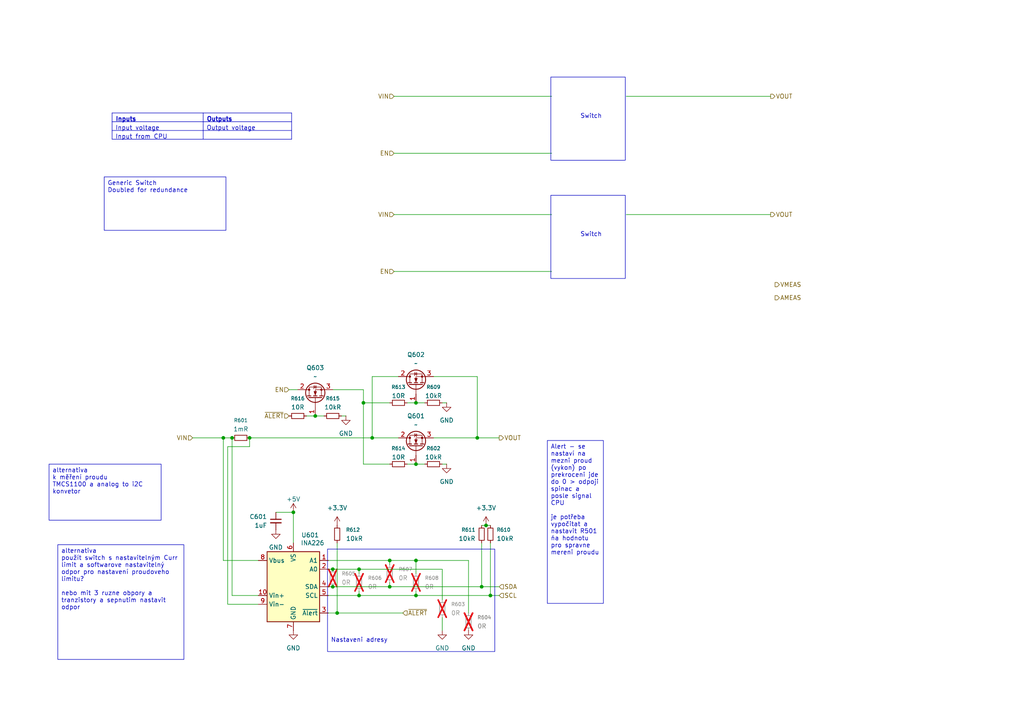
<source format=kicad_sch>
(kicad_sch (version 20250114) (generator "eeschema") (generator_version "9.0")
  (paper "A4")
  (rectangle (start 159.766 56.642) (end 181.356 80.772))
  (rectangle (start 159.766 22.352) (end 181.356 46.482))
  (text "Real part has pin 3 and 4 reversed" (at 128.27 218.948 0) (effects (font (size 1.27 1.27))))
  (text "will be dual with 2 rheostats" (at 62.484 280.67 0) (effects (font (size 1.27 1.27))))
  (text "Switch" (at 171.45 33.782 0) (effects (font (size 1.27 1.27))))
  (text "FET ORing outputs? protection" (at 128.016 252.73 0) (effects (font (size 1.27 1.27))))
  (text "Later Will be outside the sheet \ncombining outputs of multiple switches" (at 204.47 290.068 0) (effects (font (size 1.27 1.27))))
  (text "Switch" (at 171.45 68.072 0) (effects (font (size 1.27 1.27))))
  (text "Later Will be outside the sheet \ncombining outputs of multiple switches" (at 200.406 226.568 0) (effects (font (size 1.27 1.27))))
  (text_box "i2C resistor" (at 27.94 273.05 0) (size 69.85 69.85) (margins 0.9525 0.9525 0.9525 0.9525) (effects (font (size 1.27 1.27)) (justify top)))
  (text_box "Generic Switch\nDoubled for redundance" (at 30.226 51.308 0) (size 35.306 15.494) (margins 0.9525 0.9525 0.9525 0.9525) (effects (font (size 1.27 1.27)) (justify left top)))
  (text_box "Switch" (at 104.14 214.63 0) (size 49.53 76.2) (margins 0.9525 0.9525 0.9525 0.9525) (effects (font (size 1.27 1.27)) (justify top)))
  (text_box "alternativa \npoužít switch s nastavitelným Curr limit a softwarove nastavitelný odpor pro nastavení proudoveho limitu?\n\nnebo mit 3 ruzne obpory a tranzistory a sepnutim nastavit odpor" (at 16.764 157.988 0) (size 36.576 33.274) (margins 0.9525 0.9525 0.9525 0.9525) (effects (font (size 1.27 1.27)) (justify left top)))
  (text_box "\n\n\n\n\n\n\n\n\n\n\n\nNastaveni adresy" (at 94.996 159.258 0) (size 48.514 29.718) (margins 0.9525 0.9525 0.9525 0.9525) (effects (font (size 1.27 1.27)) (justify left top)))
  (text_box "Alert - se nastaví na mezni proud (vykon) po prekroceni jde do 0 > odpoji spinac a posle signal CPU\n\nje potřeba vypočitat a nastavit R501 ńa hodnotu pro spravne mereni proudu" (at 158.75 127.762 0) (size 16.256 47.244) (margins 0.9525 0.9525 0.9525 0.9525) (effects (font (size 1.27 1.27)) (justify left top)))
  (text_box "ADC - i2C converter" (at 176.53 219.71 0) (size 50.8 62.23) (margins 0.9525 0.9525 0.9525 0.9525) (effects (font (size 1.27 1.27)) (justify top)))
  (text_box "i2c multiplex" (at 168.91 284.48 0) (size 58.42 82.55) (margins 0.9525 0.9525 0.9525 0.9525) (effects (font (size 1.27 1.27)) (justify top)))
  (text_box "Amp measure" (at 50.8 214.63 0) (size 43.18 49.53) (margins 0.9525 0.9525 0.9525 0.9525) (effects (font (size 1.27 1.27)) (justify top)))
  (text_box "alternativa \nk měření proudu\nTMCS1100 a analog to i2C konvetor" (at 14.224 134.62 0) (size 32.512 16.256) (margins 0.9525 0.9525 0.9525 0.9525) (effects (font (size 1.27 1.27)) (justify left top)))
  (junction (at 113.03 162.56))
  (junction (at 85.09 148.59))
  (junction (at 33.02 316.23))
  (junction (at 104.14 172.72))
  (junction (at 142.24 172.72))
  (junction (at 187.96 342.9))
  (junction (at 64.77 127))
  (junction (at 139.7 170.18))
  (junction (at 72.39 224.79))
  (junction (at 138.43 127))
  (junction (at 72.39 127))
  (junction (at 140.97 152.4))
  (junction (at 91.44 120.65))
  (junction (at 96.52 165.1))
  (junction (at 104.14 165.1))
  (junction (at 120.65 162.56))
  (junction (at 172.72 342.9))
  (junction (at 113.03 170.18))
  (junction (at 120.65 172.72))
  (junction (at 120.65 134.62))
  (junction (at 180.34 340.36))
  (junction (at 204.47 297.18))
  (junction (at 96.52 170.18))
  (junction (at 187.96 337.82))
  (junction (at 97.79 177.8))
  (junction (at 67.31 127))
  (junction (at 120.65 116.84))
  (junction (at 41.91 318.77))
  (junction (at 107.95 127))
  (junction (at 105.41 116.84))
  (no_connect (at 71.12 334.01))
  (no_connect (at 82.55 246.38))
  (no_connect (at 88.9 323.85))
  (no_connect (at 53.34 326.39))
  (no_connect (at 53.34 323.85))
  (no_connect (at 73.66 303.53))
  (no_connect (at 73.66 334.01))
  (wire (pts (xy 180.34 340.36) (xy 194.31 340.36)))
  (wire (pts (xy 113.03 170.18) (xy 139.7 170.18)))
  (wire (pts (xy 96.52 113.03) (xy 105.41 113.03)))
  (wire (pts (xy 172.72 342.9) (xy 187.96 342.9)))
  (wire (pts (xy 74.93 172.72) (xy 67.31 172.72)))
  (wire (pts (xy 72.39 129.54) (xy 72.39 127)))
  (wire (pts (xy 88.9 120.65) (xy 91.44 120.65)))
  (wire (pts (xy 114.3 78.74) (xy 160.02 78.74)))
  (wire (pts (xy 64.77 162.56) (xy 64.77 127)))
  (wire (pts (xy 181.61 27.94) (xy 223.52 27.94)))
  (wire (pts (xy 95.25 177.8) (xy 97.79 177.8)))
  (wire (pts (xy 95.25 162.56) (xy 113.03 162.56)))
  (wire (pts (xy 105.41 134.62) (xy 113.03 134.62)))
  (wire (pts (xy 104.14 165.1) (xy 128.27 165.1)))
  (wire (pts (xy 66.04 129.54) (xy 72.39 129.54)))
  (wire (pts (xy 187.96 337.82) (xy 194.31 337.82)))
  (wire (pts (xy 144.78 127) (xy 138.43 127)))
  (wire (pts (xy 128.27 173.99) (xy 128.27 165.1)))
  (wire (pts (xy 125.73 109.22) (xy 138.43 109.22)))
  (wire (pts (xy 120.65 172.72) (xy 142.24 172.72)))
  (wire (pts (xy 95.25 172.72) (xy 104.14 172.72)))
  (wire (pts (xy 96.52 165.1) (xy 95.25 165.1)))
  (wire (pts (xy 142.24 172.72) (xy 144.78 172.72)))
  (wire (pts (xy 74.93 162.56) (xy 64.77 162.56)))
  (wire (pts (xy 105.41 113.03) (xy 105.41 116.84)))
  (wire (pts (xy 125.73 127) (xy 138.43 127)))
  (wire (pts (xy 96.52 165.1) (xy 104.14 165.1)))
  (wire (pts (xy 97.79 313.69) (xy 88.9 313.69)))
  (wire (pts (xy 114.3 27.94) (xy 160.02 27.94)))
  (wire (pts (xy 118.11 134.62) (xy 120.65 134.62)))
  (wire (pts (xy 91.44 120.65) (xy 93.98 120.65)))
  (wire (pts (xy 204.47 297.18) (xy 204.47 307.34)))
  (wire (pts (xy 120.65 171.45) (xy 120.65 172.72)))
  (wire (pts (xy 33.02 316.23) (xy 53.34 316.23)))
  (wire (pts (xy 107.95 109.22) (xy 107.95 127)))
  (wire (pts (xy 135.89 162.56) (xy 135.89 177.8)))
  (wire (pts (xy 74.93 175.26) (xy 66.04 175.26)))
  (wire (pts (xy 104.14 171.45) (xy 104.14 172.72)))
  (wire (pts (xy 181.61 62.23) (xy 223.52 62.23)))
  (wire (pts (xy 123.19 134.62) (xy 120.65 134.62)))
  (wire (pts (xy 97.79 157.48) (xy 97.79 177.8)))
  (wire (pts (xy 92.71 318.77) (xy 88.9 318.77)))
  (wire (pts (xy 97.79 177.8) (xy 116.84 177.8)))
  (wire (pts (xy 187.96 342.9) (xy 194.31 342.9)))
  (wire (pts (xy 140.97 152.4) (xy 142.24 152.4)))
  (wire (pts (xy 139.7 152.4) (xy 140.97 152.4)))
  (wire (pts (xy 129.54 134.62) (xy 128.27 134.62)))
  (wire (pts (xy 115.57 109.22) (xy 107.95 109.22)))
  (wire (pts (xy 120.65 162.56) (xy 120.65 166.37)))
  (wire (pts (xy 129.54 116.84) (xy 128.27 116.84)))
  (wire (pts (xy 107.95 127) (xy 115.57 127)))
  (wire (pts (xy 100.33 120.65) (xy 99.06 120.65)))
  (wire (pts (xy 147.32 274.32) (xy 138.43 274.32)))
  (wire (pts (xy 139.7 157.48) (xy 139.7 170.18)))
  (wire (pts (xy 105.41 116.84) (xy 113.03 116.84)))
  (wire (pts (xy 114.3 62.23) (xy 160.02 62.23)))
  (wire (pts (xy 139.7 170.18) (xy 144.78 170.18)))
  (wire (pts (xy 72.39 233.68) (xy 72.39 224.79)))
  (wire (pts (xy 85.09 148.59) (xy 85.09 157.48)))
  (wire (pts (xy 105.41 116.84) (xy 105.41 134.62)))
  (wire (pts (xy 72.39 224.79) (xy 67.31 224.79)))
  (wire (pts (xy 123.19 116.84) (xy 120.65 116.84)))
  (wire (pts (xy 138.43 109.22) (xy 138.43 127)))
  (wire (pts (xy 113.03 168.91) (xy 113.03 170.18)))
  (wire (pts (xy 128.27 179.07) (xy 128.27 182.88)))
  (wire (pts (xy 72.39 127) (xy 107.95 127)))
  (wire (pts (xy 66.04 175.26) (xy 66.04 129.54)))
  (wire (pts (xy 104.14 165.1) (xy 104.14 166.37)))
  (wire (pts (xy 67.31 127) (xy 67.31 172.72)))
  (wire (pts (xy 142.24 157.48) (xy 142.24 172.72)))
  (wire (pts (xy 118.11 116.84) (xy 120.65 116.84)))
  (wire (pts (xy 113.03 162.56) (xy 113.03 163.83)))
  (wire (pts (xy 113.03 162.56) (xy 120.65 162.56)))
  (wire (pts (xy 41.91 318.77) (xy 53.34 318.77)))
  (wire (pts (xy 80.01 148.59) (xy 85.09 148.59)))
  (wire (pts (xy 204.47 297.18) (xy 199.39 297.18)))
  (wire (pts (xy 147.32 236.22) (xy 138.43 236.22)))
  (wire (pts (xy 83.82 113.03) (xy 86.36 113.03)))
  (wire (pts (xy 114.3 44.45) (xy 160.02 44.45)))
  (wire (pts (xy 120.65 162.56) (xy 135.89 162.56)))
  (wire (pts (xy 96.52 170.18) (xy 113.03 170.18)))
  (wire (pts (xy 96.52 170.18) (xy 95.25 170.18)))
  (wire (pts (xy 64.77 127) (xy 67.31 127)))
  (wire (pts (xy 104.14 172.72) (xy 120.65 172.72)))
  (wire (pts (xy 55.88 127) (xy 64.77 127)))
  (table (column_count 2) (border (external yes) (header yes)) (separators (rows yes) (cols yes)) (column_widths 26.416 25.654) (row_heights 2.54 2.54 2.54) (cells (table_cell "Inputs" (at 32.512 32.766 0) (size 26.416 2.54) (margins 0.9525 0.9525 0.9525 0.9525) (span 1 1)) (table_cell "Outputs" (at 58.928 32.766 0) (size 25.654 2.54) (margins 0.9525 0.9525 0.9525 0.9525) (span 1 1)) (table_cell "Input voltage" (at 32.512 35.306 0) (size 26.416 2.54) (margins 0.9525 0.9525 0.9525 0.9525) (span 1 1)) (table_cell "Output voltage" (at 58.928 35.306 0) (size 25.654 2.54) (margins 0.9525 0.9525 0.9525 0.9525) (span 1 1)) (table_cell "Input from CPU" (at 32.512 37.846 0) (size 26.416 2.54) (margins 0.9525 0.9525 0.9525 0.9525) (span 1 1)) (table_cell "" (at 58.928 37.846 0) (size 25.654 2.54) (margins 0.9525 0.9525 0.9525 0.9525) (span 1 1))))
  (label "R_ILIM_1" (at 147.32 236.22 180))
  (label "R_ILIM_1" (at 97.79 313.69 180))
  (label "R_ILIM_2" (at 147.32 274.32 180))
  (label "R_ILIM_2" (at 96.52 334.01 180))
  (hierarchical_label "EN" (shape input) (at 114.3 78.74 180))
  (hierarchical_label "VIN" (shape input) (at 114.3 27.94 180))
  (hierarchical_label "VIN" (shape input) (at 55.88 127 180))
  (hierarchical_label "SCL" (shape input) (at 144.78 172.72 0))
  (hierarchical_label "~{ALERT}" (shape input) (at 118.11 236.22 180))
  (hierarchical_label "VMEAS" (shape output) (at 224.79 82.55 0))
  (hierarchical_label "VOUT" (shape output) (at 62.23 246.38 180))
  (hierarchical_label "SDA_ADC" (shape input) (at 215.9 257.81 0))
  (hierarchical_label "VIN" (shape input) (at 62.23 238.76 180))
  (hierarchical_label "SCL" (shape input) (at 214.63 312.42 0))
  (hierarchical_label "EN" (shape input) (at 83.82 113.03 180))
  (hierarchical_label "SDA" (shape input) (at 144.78 170.18 0))
  (hierarchical_label "SCL" (shape input) (at 53.34 311.15 180))
  (hierarchical_label "~{ALERT}" (shape input) (at 83.82 120.65 180))
  (hierarchical_label "~{ALERT}" (shape input) (at 118.11 274.32 180))
  (hierarchical_label "EN" (shape input) (at 114.3 44.45 180))
  (hierarchical_label "VOUT" (shape output) (at 138.43 266.7 0))
  (hierarchical_label "VOUT" (shape output) (at 223.52 27.94 0))
  (hierarchical_label "VOUT" (shape output) (at 144.78 127 0))
  (hierarchical_label "~{ALERT}" (shape input) (at 116.84 177.8 0))
  (hierarchical_label "VIN" (shape input) (at 118.11 266.7 180))
  (hierarchical_label "VIN" (shape input) (at 118.11 228.6 180))
  (hierarchical_label "VOUT" (shape output) (at 223.52 62.23 0))
  (hierarchical_label "VIN" (shape input) (at 140.97 317.5 0))
  (hierarchical_label "AMEAS" (shape output) (at 190.5 242.57 180))
  (hierarchical_label "VIN" (shape input) (at 114.3 62.23 180))
  (hierarchical_label "EN_2" (shape input) (at 118.11 271.78 180))
  (hierarchical_label "SDA" (shape input) (at 214.63 314.96 0))
  (hierarchical_label "VOUT" (shape output) (at 138.43 228.6 0))
  (hierarchical_label "VOUT" (shape output) (at 140.97 332.74 0))
  (hierarchical_label "SCL_ADC" (shape input) (at 215.9 255.27 0))
  (hierarchical_label "EN_1" (shape input) (at 118.11 233.68 180))
  (hierarchical_label "SCL_ADC" (shape input) (at 214.63 317.5 0))
  (hierarchical_label "AMEAS" (shape output) (at 82.55 238.76 0))
  (hierarchical_label "AMEAS" (shape output) (at 224.79 86.36 0))
  (hierarchical_label "SDA" (shape input) (at 53.34 313.69 180))
  (hierarchical_label "SDA_ADC" (shape input) (at 214.63 320.04 0))
  (symbol (lib_id "Device:C_Small") (at 67.31 227.33 0) (mirror y) (unit 1)
    (property "Reference" "C1" (at 64.77 226.0662 0) (effects (justify left)))
    (property "Value" "1uF" (at 64.77 228.6062 0) (effects (justify left)))
    (property "Footprint" "Capacitor_SMD:C_0603_1608Metric_Pad1.08x0.95mm_HandSolder" (effects (hide yes)))
    (property "Description" "Unpolarized capacitor, small symbol" (effects (hide yes)))
    (instances (project "EPS" (path "" (reference "C2") (unit 1)) (path "" (reference "C1") (unit 1)) (path "" (reference "C4") (unit 1)) (path "" (reference "C5") (unit 1)) (path "" (reference "C3") (unit 1)) (path "" (reference "C10") (unit 1)) (path "" (reference "C9") (unit 1)) (path "" (reference "C8") (unit 1)) (path "" (reference "C7") (unit 1)) (path "" (reference "C6") (unit 1)) (path "" (reference "C11") (unit 1))))
  )
  (symbol (lib_id "Sensor_Energy:INA226") (at 85.09 170.18 0) (unit 1)
    (property "Reference" "U501" (at 87.376 155.194 0) (effects (justify left)))
    (property "Value" "INA226" (at 87.2333 157.48 0) (effects (justify left)))
    (property "Footprint" "Package_SO:VSSOP-10_3x3mm_P0.5mm" (effects (hide yes)))
    (property "Datasheet" "http://www.ti.com/lit/ds/symlink/ina226.pdf" (effects (hide yes)))
    (property "Description" "High-Side or Low-Side Measurement, Bi-Directional Current and Power Monitor (0-36V) with I2C Compatible Interface, VSSOP-10" (effects (hide yes)))
    (instances (project "" (path "" (reference "U601") (unit 1)) (path "" (reference "U501") (unit 1)) (path "" (reference "U901") (unit 1)) (path "" (reference "U1201") (unit 1)) (path "" (reference "U701") (unit 1)) (path "" (reference "U2501") (unit 1)) (path "" (reference "U2401") (unit 1)) (path "" (reference "U2201") (unit 1)) (path "" (reference "U2101") (unit 1)) (path "" (reference "U1801") (unit 1)) (path "" (reference "U2701") (unit 1))))
  )
  (symbol (lib_id "Device:R_Small") (at 139.7 154.94 0) (mirror x) (unit 1)
    (property "Reference" "R511" (at 137.922 153.67 0) (effects (font (size 1.016 1.016)) (justify right)))
    (property "Value" "10kR" (at 137.922 156.21 0) (effects (justify right)))
    (property "Description" "Resistor, small symbol" (effects (hide yes)))
    (instances (project "EPS" (path "" (reference "R611") (unit 1)) (path "" (reference "R511") (unit 1)) (path "" (reference "R911") (unit 1)) (path "" (reference "R1211") (unit 1)) (path "" (reference "R711") (unit 1)) (path "" (reference "R2511") (unit 1)) (path "" (reference "R2411") (unit 1)) (path "" (reference "R2211") (unit 1)) (path "" (reference "R2113") (unit 1)) (path "" (reference "R1811") (unit 1)) (path "" (reference "R2711") (unit 1))))
  )
  (symbol (lib_id "power:GND") (at 135.89 182.88 0) (unit 1)
    (property "Reference" "#PWR0505" (effects (hide yes)))
    (property "Value" "GND" (at 135.89 187.96 0))
    (property "Description" "Power symbol creates a global label with name \"GND\" , ground" (effects (hide yes)))
    (instances (project "EPS" (path "" (reference "#PWR0605") (unit 1)) (path "" (reference "#PWR0505") (unit 1)) (path "" (reference "#PWR0905") (unit 1)) (path "" (reference "#PWR01205") (unit 1)) (path "" (reference "#PWR0705") (unit 1)) (path "" (reference "#PWR02505") (unit 1)) (path "" (reference "#PWR02405") (unit 1)) (path "" (reference "#PWR02205") (unit 1)) (path "" (reference "#PWR02107") (unit 1)) (path "" (reference "#PWR01806") (unit 1)) (path "" (reference "#PWR02705") (unit 1))))
  )
  (symbol (lib_id "power:+5V") (at 203.2 237.49 0) (unit 1)
    (property "Reference" "#PWR0127" (effects (hide yes)))
    (property "Value" "+5V" (at 203.2 233.68 0))
    (property "Description" "Power symbol creates a global label with name \"+5V\"" (effects (hide yes)))
    (instances (project "EPS" (path "" (reference "#PWR0128") (unit 1)) (path "" (reference "#PWR0127") (unit 1)) (path "" (reference "#PWR0130") (unit 1)) (path "" (reference "#PWR0131") (unit 1)) (path "" (reference "#PWR0129") (unit 1)) (path "" (reference "#PWR0136") (unit 1)) (path "" (reference "#PWR0135") (unit 1)) (path "" (reference "#PWR0134") (unit 1)) (path "" (reference "#PWR0133") (unit 1)) (path "" (reference "#PWR0132") (unit 1)) (path "" (reference "#PWR0137") (unit 1))))
  )
  (symbol (lib_id "Analog_ADC:MAX11616") (at 203.2 255.27 0) (unit 1)
    (property "Reference" "U12" (at 205.3433 234.95 0) (effects (justify left)))
    (property "Value" "MAX11604EEE+" (at 205.3433 237.49 0) (effects (justify left)))
    (property "Footprint" "Package_SO:QSOP-16_3.9x4.9mm_P0.635mm" (effects (hide yes)))
    (property "Datasheet" "https://www.analog.com/media/en/technical-documentation/data-sheets/MAX11600-MAX11605.pdf" (effects (hide yes)))
    (property "Description" "12-channel single-ended or 6-channel, differential, 12-bit ADC, I2C, 4.096V internal reference, 16-QSOP package" (effects (hide yes)))
    (instances (project "" (path "" (reference "U13") (unit 1)) (path "" (reference "U12") (unit 1)) (path "" (reference "U15") (unit 1)) (path "" (reference "U16") (unit 1)) (path "" (reference "U14") (unit 1)) (path "" (reference "U21") (unit 1)) (path "" (reference "U20") (unit 1)) (path "" (reference "U19") (unit 1)) (path "" (reference "U18") (unit 1)) (path "" (reference "U17") (unit 1)) (path "" (reference "U22") (unit 1))))
  )
  (symbol (lib_id "Device:R_Small") (at 69.85 127 90) (unit 1)
    (property "Reference" "R501" (at 69.85 121.92 90) (effects (font (size 1.016 1.016))))
    (property "Value" "1mR" (at 69.85 124.46 90))
    (property "Description" "Resistor, small symbol" (effects (hide yes)))
    (instances (project "" (path "" (reference "R601") (unit 1)) (path "" (reference "R501") (unit 1)) (path "" (reference "R901") (unit 1)) (path "" (reference "R1201") (unit 1)) (path "" (reference "R701") (unit 1)) (path "" (reference "R2501") (unit 1)) (path "" (reference "R2401") (unit 1)) (path "" (reference "R2201") (unit 1)) (path "" (reference "R2103") (unit 1)) (path "" (reference "R1801") (unit 1)) (path "" (reference "R2701") (unit 1))))
  )
  (symbol (lib_id "Device:R_Small") (at 125.73 116.84 270) (unit 1)
    (property "Reference" "R509" (at 125.73 112.268 90) (effects (font (size 1.016 1.016))))
    (property "Value" "10kR" (at 125.73 114.808 90))
    (property "Description" "Resistor, small symbol" (effects (hide yes)))
    (instances (project "EPS" (path "" (reference "R609") (unit 1)) (path "" (reference "R509") (unit 1)) (path "" (reference "R909") (unit 1)) (path "" (reference "R1209") (unit 1)) (path "" (reference "R709") (unit 1)) (path "" (reference "R2509") (unit 1)) (path "" (reference "R2409") (unit 1)) (path "" (reference "R2209") (unit 1)) (path "" (reference "R2111") (unit 1)) (path "" (reference "R1809") (unit 1)) (path "" (reference "R2709") (unit 1))))
  )
  (symbol (lib_id "power:+3.3V") (at 172.72 337.82 0) (unit 1)
    (property "Reference" "#PWR0220" (effects (hide yes)))
    (property "Value" "+3.3V" (at 172.72 332.74 0))
    (property "Description" "Power symbol creates a global label with name \"+3.3V\"" (effects (hide yes)))
    (instances (project "EPS" (path "" (reference "#PWR0222") (unit 1)) (path "" (reference "#PWR0220") (unit 1)) (path "" (reference "#PWR0226") (unit 1)) (path "" (reference "#PWR0228") (unit 1)) (path "" (reference "#PWR0224") (unit 1)) (path "" (reference "#PWR0238") (unit 1)) (path "" (reference "#PWR0236") (unit 1)) (path "" (reference "#PWR0234") (unit 1)) (path "" (reference "#PWR0232") (unit 1)) (path "" (reference "#PWR0230") (unit 1)) (path "" (reference "#PWR0240") (unit 1))))
  )
  (symbol (lib_id "power:+3.3V") (at 140.97 152.4 0) (unit 1)
    (property "Reference" "#PWR0507" (effects (hide yes)))
    (property "Value" "+3.3V" (at 140.97 147.32 0))
    (property "Description" "Power symbol creates a global label with name \"+3.3V\"" (effects (hide yes)))
    (instances (project "" (path "" (reference "#PWR0607") (unit 1)) (path "" (reference "#PWR0507") (unit 1)) (path "" (reference "#PWR0907") (unit 1)) (path "" (reference "#PWR01207") (unit 1)) (path "" (reference "#PWR0707") (unit 1)) (path "" (reference "#PWR02507") (unit 1)) (path "" (reference "#PWR02407") (unit 1)) (path "" (reference "#PWR02207") (unit 1)) (path "" (reference "#PWR02109") (unit 1)) (path "" (reference "#PWR01808") (unit 1)) (path "" (reference "#PWR02707") (unit 1))))
  )
  (symbol (lib_id "Device:R_Small") (at 96.52 167.64 180) (unit 1) (dnp yes)
    (property "Reference" "R505" (at 99.06 166.3699 0) (effects (font (size 1.016 1.016)) (justify right)))
    (property "Value" "0R" (at 99.06 168.9099 0) (effects (justify right)))
    (property "Description" "Resistor, small symbol" (effects (hide yes)))
    (instances (project "EPS" (path "" (reference "R605") (unit 1)) (path "" (reference "R505") (unit 1)) (path "" (reference "R905") (unit 1)) (path "" (reference "R1205") (unit 1)) (path "" (reference "R705") (unit 1)) (path "" (reference "R2505") (unit 1)) (path "" (reference "R2405") (unit 1)) (path "" (reference "R2205") (unit 1)) (path "" (reference "R2107") (unit 1)) (path "" (reference "R1805") (unit 1)) (path "" (reference "R2705") (unit 1))))
  )
  (symbol (lib_id "power:GND") (at 67.31 229.87 0) (unit 1)
    (property "Reference" "#PWR01" (effects (hide yes)))
    (property "Value" "GND" (at 67.31 234.95 0))
    (property "Description" "Power symbol creates a global label with name \"GND\" , ground" (effects (hide yes)))
    (instances (project "EPS" (path "" (reference "#PWR02") (unit 1)) (path "" (reference "#PWR01") (unit 1)) (path "" (reference "#PWR04") (unit 1)) (path "" (reference "#PWR05") (unit 1)) (path "" (reference "#PWR03") (unit 1)) (path "" (reference "#PWR010") (unit 1)) (path "" (reference "#PWR09") (unit 1)) (path "" (reference "#PWR08") (unit 1)) (path "" (reference "#PWR07") (unit 1)) (path "" (reference "#PWR06") (unit 1)) (path "" (reference "#PWR011") (unit 1))))
  )
  (symbol (lib_id "power:GND") (at 128.27 279.4 0) (unit 1)
    (property "Reference" "#PWR089" (effects (hide yes)))
    (property "Value" "GND" (at 128.27 284.48 0))
    (property "Description" "Power symbol creates a global label with name \"GND\" , ground" (effects (hide yes)))
    (instances (project "EPS" (path "" (reference "#PWR090") (unit 1)) (path "" (reference "#PWR089") (unit 1)) (path "" (reference "#PWR092") (unit 1)) (path "" (reference "#PWR093") (unit 1)) (path "" (reference "#PWR091") (unit 1)) (path "" (reference "#PWR098") (unit 1)) (path "" (reference "#PWR097") (unit 1)) (path "" (reference "#PWR096") (unit 1)) (path "" (reference "#PWR095") (unit 1)) (path "" (reference "#PWR094") (unit 1)) (path "" (reference "#PWR099") (unit 1))))
  )
  (symbol (lib_id "power:GND") (at 129.54 116.84 0) (unit 1)
    (property "Reference" "#PWR0506" (effects (hide yes)))
    (property "Value" "GND" (at 129.54 121.92 0))
    (property "Description" "Power symbol creates a global label with name \"GND\" , ground" (effects (hide yes)))
    (instances (project "EPS" (path "" (reference "#PWR0606") (unit 1)) (path "" (reference "#PWR0506") (unit 1)) (path "" (reference "#PWR0906") (unit 1)) (path "" (reference "#PWR01206") (unit 1)) (path "" (reference "#PWR0706") (unit 1)) (path "" (reference "#PWR02506") (unit 1)) (path "" (reference "#PWR02406") (unit 1)) (path "" (reference "#PWR02206") (unit 1)) (path "" (reference "#PWR02108") (unit 1)) (path "" (reference "#PWR01807") (unit 1)) (path "" (reference "#PWR02706") (unit 1))))
  )
  (symbol (lib_id "Device:C_Small") (at 199.39 299.72 0) (mirror y) (unit 1)
    (property "Reference" "C12" (at 196.85 298.4562 0) (effects (justify left)))
    (property "Value" "1uF" (at 196.85 300.9962 0) (effects (justify left)))
    (property "Footprint" "Capacitor_SMD:C_0603_1608Metric_Pad1.08x0.95mm_HandSolder" (effects (hide yes)))
    (property "Description" "Unpolarized capacitor, small symbol" (effects (hide yes)))
    (instances (project "EPS" (path "" (reference "C13") (unit 1)) (path "" (reference "C12") (unit 1)) (path "" (reference "C15") (unit 1)) (path "" (reference "C16") (unit 1)) (path "" (reference "C14") (unit 1)) (path "" (reference "C21") (unit 1)) (path "" (reference "C20") (unit 1)) (path "" (reference "C19") (unit 1)) (path "" (reference "C18") (unit 1)) (path "" (reference "C17") (unit 1)) (path "" (reference "C22") (unit 1))))
  )
  (symbol (lib_id "Transistor_FET:RS9N50D") (at 120.65 111.76 90) (unit 1)
    (property "Reference" "Q502" (at 120.65 102.87 90))
    (property "Value" "~" (at 120.65 105.41 90))
    (property "Footprint" "Package_TO_SOT_SMD:TO-252-2" (effects (hide yes)))
    (instances (project "EPS" (path "" (reference "Q602") (unit 1)) (path "" (reference "Q502") (unit 1)) (path "" (reference "Q902") (unit 1)) (path "" (reference "Q1202") (unit 1)) (path "" (reference "Q702") (unit 1)) (path "" (reference "Q2502") (unit 1)) (path "" (reference "Q2402") (unit 1)) (path "" (reference "Q2202") (unit 1)) (path "" (reference "Q2102") (unit 1)) (path "" (reference "Q1802") (unit 1)) (path "" (reference "Q2702") (unit 1))))
  )
  (symbol (lib_id "power:GND") (at 172.72 347.98 0) (unit 1)
    (property "Reference" "#PWR0221" (effects (hide yes)))
    (property "Value" "GND" (at 172.72 353.06 0))
    (property "Description" "Power symbol creates a global label with name \"GND\" , ground" (effects (hide yes)))
    (instances (project "EPS" (path "" (reference "#PWR0223") (unit 1)) (path "" (reference "#PWR0221") (unit 1)) (path "" (reference "#PWR0227") (unit 1)) (path "" (reference "#PWR0229") (unit 1)) (path "" (reference "#PWR0225") (unit 1)) (path "" (reference "#PWR0239") (unit 1)) (path "" (reference "#PWR0237") (unit 1)) (path "" (reference "#PWR0235") (unit 1)) (path "" (reference "#PWR0233") (unit 1)) (path "" (reference "#PWR0231") (unit 1)) (path "" (reference "#PWR0241") (unit 1))))
  )
  (symbol (lib_id "Transistor_FET:RS9N50D") (at 120.65 129.54 90) (unit 1)
    (property "Reference" "Q501" (at 120.65 120.65 90))
    (property "Value" "~" (at 120.65 123.19 90))
    (property "Footprint" "Package_TO_SOT_SMD:TO-252-2" (effects (hide yes)))
    (instances (project "" (path "" (reference "Q601") (unit 1)) (path "" (reference "Q501") (unit 1)) (path "" (reference "Q901") (unit 1)) (path "" (reference "Q1201") (unit 1)) (path "" (reference "Q701") (unit 1)) (path "" (reference "Q2501") (unit 1)) (path "" (reference "Q2401") (unit 1)) (path "" (reference "Q2201") (unit 1)) (path "" (reference "Q2101") (unit 1)) (path "" (reference "Q1801") (unit 1)) (path "" (reference "Q2701") (unit 1))))
  )
  (symbol (lib_id "Device:R_Small") (at 86.36 120.65 270) (unit 1)
    (property "Reference" "R516" (at 86.36 115.57 90) (effects (font (size 1.016 1.016))))
    (property "Value" "10R" (at 86.36 118.11 90))
    (property "Description" "Resistor, small symbol" (effects (hide yes)))
    (instances (project "EPS" (path "" (reference "R616") (unit 1)) (path "" (reference "R516") (unit 1)) (path "" (reference "R916") (unit 1)) (path "" (reference "R1216") (unit 1)) (path "" (reference "R716") (unit 1)) (path "" (reference "R2516") (unit 1)) (path "" (reference "R2416") (unit 1)) (path "" (reference "R2216") (unit 1)) (path "" (reference "R2118") (unit 1)) (path "" (reference "R1816") (unit 1)) (path "" (reference "R2716") (unit 1))))
  )
  (symbol (lib_id "power:GND") (at 85.09 182.88 0) (unit 1)
    (property "Reference" "#PWR0501" (effects (hide yes)))
    (property "Value" "GND" (at 85.09 187.96 0))
    (property "Description" "Power symbol creates a global label with name \"GND\" , ground" (effects (hide yes)))
    (instances (project "" (path "" (reference "#PWR0601") (unit 1)) (path "" (reference "#PWR0501") (unit 1)) (path "" (reference "#PWR0901") (unit 1)) (path "" (reference "#PWR01201") (unit 1)) (path "" (reference "#PWR0701") (unit 1)) (path "" (reference "#PWR02501") (unit 1)) (path "" (reference "#PWR02401") (unit 1)) (path "" (reference "#PWR02201") (unit 1)) (path "" (reference "#PWR02103") (unit 1)) (path "" (reference "#PWR01802") (unit 1)) (path "" (reference "#PWR02701") (unit 1))))
  )
  (symbol (lib_id "Sensor_Current:ACS723xLCTR-40AB") (at 72.39 243.84 0) (unit 1)
    (property "Reference" "U1" (at 74.5333 231.14 0) (effects (justify left)))
    (property "Value" "TMCS1101A2UQDT" (at 74.5333 233.68 0) (effects (justify left)))
    (property "Footprint" "Package_SO:SOIC-8_3.9x4.9mm_P1.27mm" (effects (hide yes)))
    (property "Datasheet" "https://www.ti.com/lit/ds/symlink/tmcs1101.pdf?ts=1759113786114" (effects (hide yes)))
    (instances (project "" (path "" (reference "U2") (unit 1)) (path "" (reference "U1") (unit 1)) (path "" (reference "U4") (unit 1)) (path "" (reference "U5") (unit 1)) (path "" (reference "U3") (unit 1)) (path "" (reference "U10") (unit 1)) (path "" (reference "U9") (unit 1)) (path "" (reference "U8") (unit 1)) (path "" (reference "U7") (unit 1)) (path "" (reference "U6") (unit 1)) (path "" (reference "U11") (unit 1))))
  )
  (symbol (lib_id "power:GND") (at 204.47 355.6 0) (unit 1)
    (property "Reference" "#PWR056" (effects (hide yes)))
    (property "Value" "GND" (at 204.47 360.68 0))
    (property "Description" "Power symbol creates a global label with name \"GND\" , ground" (effects (hide yes)))
    (instances (project "EPS" (path "" (reference "#PWR057") (unit 1)) (path "" (reference "#PWR056") (unit 1)) (path "" (reference "#PWR059") (unit 1)) (path "" (reference "#PWR060") (unit 1)) (path "" (reference "#PWR058") (unit 1)) (path "" (reference "#PWR065") (unit 1)) (path "" (reference "#PWR064") (unit 1)) (path "" (reference "#PWR063") (unit 1)) (path "" (reference "#PWR062") (unit 1)) (path "" (reference "#PWR061") (unit 1)) (path "" (reference "#PWR066") (unit 1))))
  )
  (symbol (lib_id "power:GND") (at 129.54 134.62 0) (unit 1)
    (property "Reference" "#PWR0503" (effects (hide yes)))
    (property "Value" "GND" (at 129.54 139.7 0))
    (property "Description" "Power symbol creates a global label with name \"GND\" , ground" (effects (hide yes)))
    (instances (project "EPS" (path "" (reference "#PWR0603") (unit 1)) (path "" (reference "#PWR0503") (unit 1)) (path "" (reference "#PWR0903") (unit 1)) (path "" (reference "#PWR01203") (unit 1)) (path "" (reference "#PWR0703") (unit 1)) (path "" (reference "#PWR02503") (unit 1)) (path "" (reference "#PWR02403") (unit 1)) (path "" (reference "#PWR02203") (unit 1)) (path "" (reference "#PWR02105") (unit 1)) (path "" (reference "#PWR01804") (unit 1)) (path "" (reference "#PWR02703") (unit 1))))
  )
  (symbol (lib_id "power:GND") (at 80.01 153.67 0) (unit 1)
    (property "Reference" "#PWR0509" (effects (hide yes)))
    (property "Value" "GND" (at 80.01 158.75 0))
    (property "Description" "Power symbol creates a global label with name \"GND\" , ground" (effects (hide yes)))
    (instances (project "EPS" (path "" (reference "#PWR0609") (unit 1)) (path "" (reference "#PWR0509") (unit 1)) (path "" (reference "#PWR0909") (unit 1)) (path "" (reference "#PWR01209") (unit 1)) (path "" (reference "#PWR0709") (unit 1)) (path "" (reference "#PWR02509") (unit 1)) (path "" (reference "#PWR02409") (unit 1)) (path "" (reference "#PWR02209") (unit 1)) (path "" (reference "#PWR02111") (unit 1)) (path "" (reference "#PWR01810") (unit 1)) (path "" (reference "#PWR02709") (unit 1))))
  )
  (symbol (lib_id "Transistor_FET:RS9N50D") (at 91.44 115.57 90) (unit 1)
    (property "Reference" "Q503" (at 91.44 106.68 90))
    (property "Value" "~" (at 91.44 109.22 90))
    (property "Footprint" "Package_TO_SOT_SMD:TO-252-2" (effects (hide yes)))
    (instances (project "EPS" (path "" (reference "Q603") (unit 1)) (path "" (reference "Q503") (unit 1)) (path "" (reference "Q903") (unit 1)) (path "" (reference "Q1203") (unit 1)) (path "" (reference "Q703") (unit 1)) (path "" (reference "Q2503") (unit 1)) (path "" (reference "Q2403") (unit 1)) (path "" (reference "Q2203") (unit 1)) (path "" (reference "Q2103") (unit 1)) (path "" (reference "Q1803") (unit 1)) (path "" (reference "Q2703") (unit 1))))
  )
  (symbol (lib_id "Device:R_Small") (at 125.73 134.62 270) (unit 1)
    (property "Reference" "R502" (at 125.73 130.048 90) (effects (font (size 1.016 1.016))))
    (property "Value" "10kR" (at 125.73 132.588 90))
    (property "Description" "Resistor, small symbol" (effects (hide yes)))
    (instances (project "EPS" (path "" (reference "R602") (unit 1)) (path "" (reference "R502") (unit 1)) (path "" (reference "R902") (unit 1)) (path "" (reference "R1202") (unit 1)) (path "" (reference "R702") (unit 1)) (path "" (reference "R2502") (unit 1)) (path "" (reference "R2402") (unit 1)) (path "" (reference "R2202") (unit 1)) (path "" (reference "R2104") (unit 1)) (path "" (reference "R1802") (unit 1)) (path "" (reference "R2702") (unit 1))))
  )
  (symbol (lib_id "power:+3.3V") (at 97.79 152.4 0) (unit 1)
    (property "Reference" "#PWR0508" (effects (hide yes)))
    (property "Value" "+3.3V" (at 97.79 147.32 0))
    (property "Description" "Power symbol creates a global label with name \"+3.3V\"" (effects (hide yes)))
    (instances (project "EPS" (path "" (reference "#PWR0608") (unit 1)) (path "" (reference "#PWR0508") (unit 1)) (path "" (reference "#PWR0908") (unit 1)) (path "" (reference "#PWR01208") (unit 1)) (path "" (reference "#PWR0708") (unit 1)) (path "" (reference "#PWR02508") (unit 1)) (path "" (reference "#PWR02408") (unit 1)) (path "" (reference "#PWR02208") (unit 1)) (path "" (reference "#PWR02110") (unit 1)) (path "" (reference "#PWR01809") (unit 1)) (path "" (reference "#PWR02708") (unit 1))))
  )
  (symbol (lib_id "power:+5V") (at 72.39 224.79 0) (unit 1)
    (property "Reference" "#PWR023" (effects (hide yes)))
    (property "Value" "+5V" (at 72.39 220.98 0))
    (property "Description" "Power symbol creates a global label with name \"+5V\"" (effects (hide yes)))
    (instances (project "EPS" (path "" (reference "#PWR024") (unit 1)) (path "" (reference "#PWR023") (unit 1)) (path "" (reference "#PWR026") (unit 1)) (path "" (reference "#PWR027") (unit 1)) (path "" (reference "#PWR025") (unit 1)) (path "" (reference "#PWR032") (unit 1)) (path "" (reference "#PWR031") (unit 1)) (path "" (reference "#PWR030") (unit 1)) (path "" (reference "#PWR029") (unit 1)) (path "" (reference "#PWR028") (unit 1)) (path "" (reference "#PWR033") (unit 1))))
  )
  (symbol (lib_id "Device:C_Small") (at 80.01 151.13 0) (mirror y) (unit 1)
    (property "Reference" "C501" (at 77.47 149.8662 0) (effects (justify left)))
    (property "Value" "1uF" (at 77.47 152.4062 0) (effects (justify left)))
    (property "Footprint" "Capacitor_SMD:C_0603_1608Metric_Pad1.08x0.95mm_HandSolder" (effects (hide yes)))
    (property "Description" "Unpolarized capacitor, small symbol" (effects (hide yes)))
    (instances (project "EPS" (path "" (reference "C601") (unit 1)) (path "" (reference "C501") (unit 1)) (path "" (reference "C901") (unit 1)) (path "" (reference "C1201") (unit 1)) (path "" (reference "C701") (unit 1)) (path "" (reference "C2501") (unit 1)) (path "" (reference "C2401") (unit 1)) (path "" (reference "C2201") (unit 1)) (path "" (reference "C2101") (unit 1)) (path "" (reference "C1801") (unit 1)) (path "" (reference "C2701") (unit 1))))
  )
  (symbol (lib_id "Device:R_Small") (at 115.57 116.84 270) (unit 1)
    (property "Reference" "R513" (at 115.57 112.268 90) (effects (font (size 1.016 1.016))))
    (property "Value" "10R" (at 115.57 114.808 90))
    (property "Description" "Resistor, small symbol" (effects (hide yes)))
    (instances (project "EPS" (path "" (reference "R613") (unit 1)) (path "" (reference "R513") (unit 1)) (path "" (reference "R913") (unit 1)) (path "" (reference "R1213") (unit 1)) (path "" (reference "R713") (unit 1)) (path "" (reference "R2513") (unit 1)) (path "" (reference "R2413") (unit 1)) (path "" (reference "R2213") (unit 1)) (path "" (reference "R2115") (unit 1)) (path "" (reference "R1813") (unit 1)) (path "" (reference "R2713") (unit 1))))
  )
  (symbol (lib_id "Device:R_Small") (at 33.02 318.77 180) (unit 1) (dnp yes)
    (property "Reference" "R34" (at 35.56 317.4999 0) (effects (font (size 1.016 1.016)) (justify right)))
    (property "Value" "0R" (at 35.56 320.0399 0) (effects (justify right)))
    (property "Description" "Resistor, small symbol" (effects (hide yes)))
    (instances (project "EPS" (path "" (reference "R35") (unit 1)) (path "" (reference "R34") (unit 1)) (path "" (reference "R37") (unit 1)) (path "" (reference "R38") (unit 1)) (path "" (reference "R36") (unit 1)) (path "" (reference "R43") (unit 1)) (path "" (reference "R42") (unit 1)) (path "" (reference "R41") (unit 1)) (path "" (reference "R40") (unit 1)) (path "" (reference "R39") (unit 1)) (path "" (reference "R44") (unit 1))))
  )
  (symbol (lib_id "power:+5V") (at 85.09 148.59 0) (unit 1)
    (property "Reference" "#PWR0502" (effects (hide yes)))
    (property "Value" "+5V" (at 85.09 144.78 0))
    (property "Description" "Power symbol creates a global label with name \"+5V\"" (effects (hide yes)))
    (instances (project "" (path "" (reference "#PWR0602") (unit 1)) (path "" (reference "#PWR0502") (unit 1)) (path "" (reference "#PWR0902") (unit 1)) (path "" (reference "#PWR01202") (unit 1)) (path "" (reference "#PWR0702") (unit 1)) (path "" (reference "#PWR02502") (unit 1)) (path "" (reference "#PWR02402") (unit 1)) (path "" (reference "#PWR02202") (unit 1)) (path "" (reference "#PWR02104") (unit 1)) (path "" (reference "#PWR01803") (unit 1)) (path "" (reference "#PWR02702") (unit 1))))
  )
  (symbol (lib_id "power:GND") (at 72.39 254 0) (unit 1)
    (property "Reference" "#PWR012" (effects (hide yes)))
    (property "Value" "GND" (at 72.39 259.08 0))
    (property "Description" "Power symbol creates a global label with name \"GND\" , ground" (effects (hide yes)))
    (instances (project "EPS" (path "" (reference "#PWR013") (unit 1)) (path "" (reference "#PWR012") (unit 1)) (path "" (reference "#PWR015") (unit 1)) (path "" (reference "#PWR016") (unit 1)) (path "" (reference "#PWR014") (unit 1)) (path "" (reference "#PWR021") (unit 1)) (path "" (reference "#PWR020") (unit 1)) (path "" (reference "#PWR019") (unit 1)) (path "" (reference "#PWR018") (unit 1)) (path "" (reference "#PWR017") (unit 1)) (path "" (reference "#PWR022") (unit 1))))
  )
  (symbol (lib_id "Device:R_Small") (at 96.52 120.65 270) (unit 1)
    (property "Reference" "R515" (at 96.52 115.57 90) (effects (font (size 1.016 1.016))))
    (property "Value" "10kR" (at 96.52 118.11 90))
    (property "Description" "Resistor, small symbol" (effects (hide yes)))
    (instances (project "EPS" (path "" (reference "R615") (unit 1)) (path "" (reference "R515") (unit 1)) (path "" (reference "R915") (unit 1)) (path "" (reference "R1215") (unit 1)) (path "" (reference "R715") (unit 1)) (path "" (reference "R2515") (unit 1)) (path "" (reference "R2415") (unit 1)) (path "" (reference "R2215") (unit 1)) (path "" (reference "R2117") (unit 1)) (path "" (reference "R1815") (unit 1)) (path "" (reference "R2715") (unit 1))))
  )
  (symbol (lib_id "power:GND") (at 41.91 323.85 0) (unit 1)
    (property "Reference" "#PWR0149" (effects (hide yes)))
    (property "Value" "GND" (at 41.91 328.93 0))
    (property "Description" "Power symbol creates a global label with name \"GND\" , ground" (effects (hide yes)))
  )
  (symbol (lib_id "Power_Management:MAX8586") (at 130.81 325.12 0) (unit 1) (dnp yes)
    (property "Reference" "U45" (at 130.81 309.88 0))
    (property "Value" "MAX890LESA+" (at 130.81 312.42 0))
    (property "Footprint" "Package_DFN_QFN:DFN-8-1EP_3x3mm_P0.65mm_EP1.55x2.4mm" (effects (hide yes)))
    (property "Datasheet" "https://cz.mouser.com/datasheet/3/1014/1/MAX890-MAX890L.pdf" (effects (hide yes)))
    (property "Description" "Single 1.2A USB Current Limiting Switch" (effects (hide yes)))
    (instances (project "" (path "" (reference "U46") (unit 1)) (path "" (reference "U45") (unit 1)) (path "" (reference "U48") (unit 1)) (path "" (reference "U49") (unit 1)) (path "" (reference "U47") (unit 1)) (path "" (reference "U54") (unit 1)) (path "" (reference "U53") (unit 1)) (path "" (reference "U52") (unit 1)) (path "" (reference "U51") (unit 1)) (path "" (reference "U50") (unit 1)) (path "" (reference "U55") (unit 1))))
  )
  (symbol (lib_id "Device:R_Small") (at 172.72 340.36 180) (unit 1) (dnp yes)
    (property "Reference" "R69" (at 175.26 339.0899 0) (effects (font (size 1.016 1.016)) (justify right)))
    (property "Value" "0R" (at 175.26 341.6299 0) (effects (justify right)))
    (property "Description" "Resistor, small symbol" (effects (hide yes)))
    (instances (project "EPS" (path "" (reference "R71") (unit 1)) (path "" (reference "R69") (unit 1)) (path "" (reference "R75") (unit 1)) (path "" (reference "R77") (unit 1)) (path "" (reference "R73") (unit 1)) (path "" (reference "R87") (unit 1)) (path "" (reference "R85") (unit 1)) (path "" (reference "R83") (unit 1)) (path "" (reference "R81") (unit 1)) (path "" (reference "R79") (unit 1)) (path "" (reference "R89") (unit 1))))
  )
  (symbol (lib_id "Device:R_Small") (at 128.27 176.53 180) (unit 1) (dnp yes)
    (property "Reference" "R503" (at 130.81 175.2599 0) (effects (font (size 1.016 1.016)) (justify right)))
    (property "Value" "0R" (at 130.81 177.7999 0) (effects (justify right)))
    (property "Description" "Resistor, small symbol" (effects (hide yes)))
    (instances (project "EPS" (path "" (reference "R603") (unit 1)) (path "" (reference "R503") (unit 1)) (path "" (reference "R903") (unit 1)) (path "" (reference "R1203") (unit 1)) (path "" (reference "R703") (unit 1)) (path "" (reference "R2503") (unit 1)) (path "" (reference "R2403") (unit 1)) (path "" (reference "R2203") (unit 1)) (path "" (reference "R2105") (unit 1)) (path "" (reference "R1803") (unit 1)) (path "" (reference "R2703") (unit 1))))
  )
  (symbol (lib_id "Device:R_Small") (at 104.14 168.91 180) (unit 1) (dnp yes)
    (property "Reference" "R506" (at 106.68 167.6399 0) (effects (font (size 1.016 1.016)) (justify right)))
    (property "Value" "0R" (at 106.68 170.1799 0) (effects (justify right)))
    (property "Description" "Resistor, small symbol" (effects (hide yes)))
    (instances (project "EPS" (path "" (reference "R606") (unit 1)) (path "" (reference "R506") (unit 1)) (path "" (reference "R906") (unit 1)) (path "" (reference "R1206") (unit 1)) (path "" (reference "R706") (unit 1)) (path "" (reference "R2506") (unit 1)) (path "" (reference "R2406") (unit 1)) (path "" (reference "R2206") (unit 1)) (path "" (reference "R2108") (unit 1)) (path "" (reference "R1806") (unit 1)) (path "" (reference "R2706") (unit 1))))
  )
  (symbol (lib_id "Device:R_Small") (at 187.96 335.28 180) (unit 1) (dnp yes)
    (property "Reference" "R2" (at 190.5 334.0099 0) (effects (font (size 1.016 1.016)) (justify right)))
    (property "Value" "0R" (at 190.5 336.5499 0) (effects (justify right)))
    (property "Description" "Resistor, small symbol" (effects (hide yes)))
    (instances (project "EPS" (path "" (reference "R4") (unit 1)) (path "" (reference "R2") (unit 1)) (path "" (reference "R8") (unit 1)) (path "" (reference "R10") (unit 1)) (path "" (reference "R6") (unit 1)) (path "" (reference "R21") (unit 1)) (path "" (reference "R19") (unit 1)) (path "" (reference "R17") (unit 1)) (path "" (reference "R15") (unit 1)) (path "" (reference "R13") (unit 1)) (path "" (reference "R45") (unit 1))))
  )
  (symbol (lib_id "Device:R_Small") (at 187.96 340.36 180) (unit 1) (dnp yes)
    (property "Reference" "R3" (at 190.5 339.0899 0) (effects (font (size 1.016 1.016)) (justify right)))
    (property "Value" "0R" (at 190.5 341.6299 0) (effects (justify right)))
    (property "Description" "Resistor, small symbol" (effects (hide yes)))
    (instances (project "EPS" (path "" (reference "R5") (unit 1)) (path "" (reference "R3") (unit 1)) (path "" (reference "R9") (unit 1)) (path "" (reference "R11") (unit 1)) (path "" (reference "R7") (unit 1)) (path "" (reference "R22") (unit 1)) (path "" (reference "R20") (unit 1)) (path "" (reference "R18") (unit 1)) (path "" (reference "R16") (unit 1)) (path "" (reference "R14") (unit 1)) (path "" (reference "R46") (unit 1))))
  )
  (symbol (lib_id "Device:R_Small") (at 41.91 321.31 180) (unit 1) (dnp yes)
    (property "Reference" "R12" (at 44.45 320.0399 0) (effects (font (size 1.016 1.016)) (justify right)))
    (property "Value" "0R" (at 44.45 322.5799 0) (effects (justify right)))
    (property "Description" "Resistor, small symbol" (effects (hide yes)))
  )
  (symbol (lib_id "power:GND") (at 203.2 275.59 0) (unit 1)
    (property "Reference" "#PWR078" (effects (hide yes)))
    (property "Value" "GND" (at 203.2 280.67 0))
    (property "Description" "Power symbol creates a global label with name \"GND\" , ground" (effects (hide yes)))
    (instances (project "EPS" (path "" (reference "#PWR079") (unit 1)) (path "" (reference "#PWR078") (unit 1)) (path "" (reference "#PWR081") (unit 1)) (path "" (reference "#PWR082") (unit 1)) (path "" (reference "#PWR080") (unit 1)) (path "" (reference "#PWR087") (unit 1)) (path "" (reference "#PWR086") (unit 1)) (path "" (reference "#PWR085") (unit 1)) (path "" (reference "#PWR084") (unit 1)) (path "" (reference "#PWR083") (unit 1)) (path "" (reference "#PWR088") (unit 1))))
  )
  (symbol (lib_id "power:GND") (at 33.02 321.31 0) (unit 1)
    (property "Reference" "#PWR0160" (effects (hide yes)))
    (property "Value" "GND" (at 33.02 326.39 0))
    (property "Description" "Power symbol creates a global label with name \"GND\" , ground" (effects (hide yes)))
    (instances (project "EPS" (path "" (reference "#PWR0161") (unit 1)) (path "" (reference "#PWR0160") (unit 1)) (path "" (reference "#PWR0163") (unit 1)) (path "" (reference "#PWR0164") (unit 1)) (path "" (reference "#PWR0162") (unit 1)) (path "" (reference "#PWR0169") (unit 1)) (path "" (reference "#PWR0168") (unit 1)) (path "" (reference "#PWR0167") (unit 1)) (path "" (reference "#PWR0166") (unit 1)) (path "" (reference "#PWR0165") (unit 1)) (path "" (reference "#PWR0170") (unit 1))))
  )
  (symbol (lib_id "power:GND") (at 199.39 302.26 0) (unit 1)
    (property "Reference" "#PWR034" (effects (hide yes)))
    (property "Value" "GND" (at 199.39 307.34 0))
    (property "Description" "Power symbol creates a global label with name \"GND\" , ground" (effects (hide yes)))
    (instances (project "EPS" (path "" (reference "#PWR036") (unit 1)) (path "" (reference "#PWR034") (unit 1)) (path "" (reference "#PWR040") (unit 1)) (path "" (reference "#PWR042") (unit 1)) (path "" (reference "#PWR038") (unit 1)) (path "" (reference "#PWR052") (unit 1)) (path "" (reference "#PWR050") (unit 1)) (path "" (reference "#PWR048") (unit 1)) (path "" (reference "#PWR046") (unit 1)) (path "" (reference "#PWR044") (unit 1)) (path "" (reference "#PWR054") (unit 1))))
  )
  (symbol (lib_id "Device:R_Small") (at 113.03 166.37 180) (unit 1) (dnp yes)
    (property "Reference" "R507" (at 115.57 165.0999 0) (effects (font (size 1.016 1.016)) (justify right)))
    (property "Value" "0R" (at 115.57 167.6399 0) (effects (justify right)))
    (property "Description" "Resistor, small symbol" (effects (hide yes)))
    (instances (project "EPS" (path "" (reference "R607") (unit 1)) (path "" (reference "R507") (unit 1)) (path "" (reference "R907") (unit 1)) (path "" (reference "R1207") (unit 1)) (path "" (reference "R707") (unit 1)) (path "" (reference "R2507") (unit 1)) (path "" (reference "R2407") (unit 1)) (path "" (reference "R2207") (unit 1)) (path "" (reference "R2109") (unit 1)) (path "" (reference "R1807") (unit 1)) (path "" (reference "R2707") (unit 1))))
  )
  (symbol (lib_id "power:GND") (at 180.34 345.44 0) (unit 1)
    (property "Reference" "#PWR0196" (effects (hide yes)))
    (property "Value" "GND" (at 180.34 350.52 0))
    (property "Description" "Power symbol creates a global label with name \"GND\" , ground" (effects (hide yes)))
    (instances (project "EPS" (path "" (reference "#PWR0198") (unit 1)) (path "" (reference "#PWR0196") (unit 1)) (path "" (reference "#PWR0205") (unit 1)) (path "" (reference "#PWR0207") (unit 1)) (path "" (reference "#PWR0200") (unit 1)) (path "" (reference "#PWR0217") (unit 1)) (path "" (reference "#PWR0215") (unit 1)) (path "" (reference "#PWR0213") (unit 1)) (path "" (reference "#PWR0211") (unit 1)) (path "" (reference "#PWR0209") (unit 1)) (path "" (reference "#PWR0219") (unit 1))))
  )
  (symbol (lib_id "Regulator_Linear:AP22615AWU") (at 128.27 269.24 0) (unit 1)
    (property "Reference" "U67" (at 128.27 259.08 0))
    (property "Value" "AP22653AW6-7" (at 128.27 261.62 0))
    (property "Footprint" "Package_TO_SOT_SMD:SOT-23-6" (effects (hide yes)))
    (property "Datasheet" "https://4donline.ihs.com/images/VipMasterIC/IC/DIOD/DIOD-S-A0010880137/DIOD-S-A0010880137-1.pdf?hkey=CECEF36DEECDED6468708AAF2E19C0C6" (effects (hide yes)))
    (property "Description" "Current limited power switch, single channel, 3.0V to 5.5V, 3A, SOT-23-6" (effects (hide yes)))
    (instances (project "EPS" (path "" (reference "U68") (unit 1)) (path "" (reference "U67") (unit 1)) (path "" (reference "U70") (unit 1)) (path "" (reference "U71") (unit 1)) (path "" (reference "U69") (unit 1)) (path "" (reference "U76") (unit 1)) (path "" (reference "U75") (unit 1)) (path "" (reference "U74") (unit 1)) (path "" (reference "U73") (unit 1)) (path "" (reference "U72") (unit 1)) (path "" (reference "U77") (unit 1))))
  )
  (symbol (lib_id "power:+5V") (at 204.47 297.18 0) (unit 1)
    (property "Reference" "#PWR035" (effects (hide yes)))
    (property "Value" "+5V" (at 204.47 293.37 0))
    (property "Description" "Power symbol creates a global label with name \"+5V\"" (effects (hide yes)))
    (instances (project "EPS" (path "" (reference "#PWR037") (unit 1)) (path "" (reference "#PWR035") (unit 1)) (path "" (reference "#PWR041") (unit 1)) (path "" (reference "#PWR043") (unit 1)) (path "" (reference "#PWR039") (unit 1)) (path "" (reference "#PWR053") (unit 1)) (path "" (reference "#PWR051") (unit 1)) (path "" (reference "#PWR049") (unit 1)) (path "" (reference "#PWR047") (unit 1)) (path "" (reference "#PWR045") (unit 1)) (path "" (reference "#PWR055") (unit 1))))
  )
  (symbol (lib_id "power:GND") (at 128.27 182.88 0) (unit 1)
    (property "Reference" "#PWR0504" (effects (hide yes)))
    (property "Value" "GND" (at 128.27 187.96 0))
    (property "Description" "Power symbol creates a global label with name \"GND\" , ground" (effects (hide yes)))
    (instances (project "EPS" (path "" (reference "#PWR0604") (unit 1)) (path "" (reference "#PWR0504") (unit 1)) (path "" (reference "#PWR0904") (unit 1)) (path "" (reference "#PWR01204") (unit 1)) (path "" (reference "#PWR0704") (unit 1)) (path "" (reference "#PWR02504") (unit 1)) (path "" (reference "#PWR02404") (unit 1)) (path "" (reference "#PWR02204") (unit 1)) (path "" (reference "#PWR02106") (unit 1)) (path "" (reference "#PWR01805") (unit 1)) (path "" (reference "#PWR02704") (unit 1))))
  )
  (symbol (lib_id "power:GND") (at 92.71 318.77 0) (unit 1)
    (property "Reference" "#PWR0116" (effects (hide yes)))
    (property "Value" "GND" (at 92.71 323.85 0))
    (property "Description" "Power symbol creates a global label with name \"GND\" , ground" (effects (hide yes)))
    (instances (project "EPS" (path "" (reference "#PWR0117") (unit 1)) (path "" (reference "#PWR0116") (unit 1)) (path "" (reference "#PWR0119") (unit 1)) (path "" (reference "#PWR0120") (unit 1)) (path "" (reference "#PWR0118") (unit 1)) (path "" (reference "#PWR0125") (unit 1)) (path "" (reference "#PWR0124") (unit 1)) (path "" (reference "#PWR0123") (unit 1)) (path "" (reference "#PWR0122") (unit 1)) (path "" (reference "#PWR0121") (unit 1)) (path "" (reference "#PWR0126") (unit 1))))
  )
  (symbol (lib_id "Device:R_Small") (at 41.91 316.23 180) (unit 1) (dnp yes)
    (property "Reference" "R1" (at 44.45 314.9599 0) (effects (font (size 1.016 1.016)) (justify right)))
    (property "Value" "0R" (at 44.45 317.4999 0) (effects (justify right)))
    (property "Description" "Resistor, small symbol" (effects (hide yes)))
  )
  (symbol (lib_id "Regulator_Linear:AP22615AWU") (at 128.27 231.14 0) (unit 1)
    (property "Reference" "U56" (at 128.27 220.98 0))
    (property "Value" "AP22653AW6-7" (at 128.27 223.52 0))
    (property "Footprint" "Package_TO_SOT_SMD:SOT-23-6" (effects (hide yes)))
    (property "Datasheet" "https://4donline.ihs.com/images/VipMasterIC/IC/DIOD/DIOD-S-A0010880137/DIOD-S-A0010880137-1.pdf?hkey=CECEF36DEECDED6468708AAF2E19C0C6" (effects (hide yes)))
    (property "Description" "Current limited power switch, single channel, 3.0V to 5.5V, 3A, SOT-23-6" (effects (hide yes)))
    (instances (project "" (path "" (reference "U57") (unit 1)) (path "" (reference "U56") (unit 1)) (path "" (reference "U59") (unit 1)) (path "" (reference "U60") (unit 1)) (path "" (reference "U58") (unit 1)) (path "" (reference "U65") (unit 1)) (path "" (reference "U64") (unit 1)) (path "" (reference "U63") (unit 1)) (path "" (reference "U62") (unit 1)) (path "" (reference "U61") (unit 1)) (path "" (reference "U66") (unit 1))))
  )
  (symbol (lib_id "Device:R_Small") (at 180.34 337.82 180) (unit 1) (dnp yes)
    (property "Reference" "R47" (at 182.88 336.5499 0) (effects (font (size 1.016 1.016)) (justify right)))
    (property "Value" "0R" (at 182.88 339.0899 0) (effects (justify right)))
    (property "Description" "Resistor, small symbol" (effects (hide yes)))
    (instances (project "EPS" (path "" (reference "R49") (unit 1)) (path "" (reference "R47") (unit 1)) (path "" (reference "R53") (unit 1)) (path "" (reference "R55") (unit 1)) (path "" (reference "R51") (unit 1)) (path "" (reference "R65") (unit 1)) (path "" (reference "R63") (unit 1)) (path "" (reference "R61") (unit 1)) (path "" (reference "R59") (unit 1)) (path "" (reference "R57") (unit 1)) (path "" (reference "R67") (unit 1))))
  )
  (symbol (lib_id "power:+3.3V") (at 33.02 311.15 0) (unit 1)
    (property "Reference" "#PWR0182" (effects (hide yes)))
    (property "Value" "+3.3V" (at 33.02 306.07 0))
    (property "Description" "Power symbol creates a global label with name \"+3.3V\"" (effects (hide yes)))
    (instances (project "EPS" (path "" (reference "#PWR0183") (unit 1)) (path "" (reference "#PWR0182") (unit 1)) (path "" (reference "#PWR0185") (unit 1)) (path "" (reference "#PWR0186") (unit 1)) (path "" (reference "#PWR0184") (unit 1)) (path "" (reference "#PWR0191") (unit 1)) (path "" (reference "#PWR0190") (unit 1)) (path "" (reference "#PWR0189") (unit 1)) (path "" (reference "#PWR0188") (unit 1)) (path "" (reference "#PWR0187") (unit 1)) (path "" (reference "#PWR0192") (unit 1))))
  )
  (symbol (lib_id "power:GND") (at 128.27 241.3 0) (unit 1)
    (property "Reference" "#PWR067" (effects (hide yes)))
    (property "Value" "GND" (at 128.27 246.38 0))
    (property "Description" "Power symbol creates a global label with name \"GND\" , ground" (effects (hide yes)))
    (instances (project "EPS" (path "" (reference "#PWR068") (unit 1)) (path "" (reference "#PWR067") (unit 1)) (path "" (reference "#PWR070") (unit 1)) (path "" (reference "#PWR071") (unit 1)) (path "" (reference "#PWR069") (unit 1)) (path "" (reference "#PWR076") (unit 1)) (path "" (reference "#PWR075") (unit 1)) (path "" (reference "#PWR074") (unit 1)) (path "" (reference "#PWR073") (unit 1)) (path "" (reference "#PWR072") (unit 1)) (path "" (reference "#PWR077") (unit 1))))
  )
  (symbol (lib_id "Device:R_Small") (at 33.02 313.69 180) (unit 1) (dnp yes)
    (property "Reference" "R23" (at 35.56 312.4199 0) (effects (font (size 1.016 1.016)) (justify right)))
    (property "Value" "0R" (at 35.56 314.9599 0) (effects (justify right)))
    (property "Description" "Resistor, small symbol" (effects (hide yes)))
    (instances (project "EPS" (path "" (reference "R24") (unit 1)) (path "" (reference "R23") (unit 1)) (path "" (reference "R26") (unit 1)) (path "" (reference "R27") (unit 1)) (path "" (reference "R25") (unit 1)) (path "" (reference "R32") (unit 1)) (path "" (reference "R31") (unit 1)) (path "" (reference "R30") (unit 1)) (path "" (reference "R29") (unit 1)) (path "" (reference "R28") (unit 1)) (path "" (reference "R33") (unit 1))))
  )
  (symbol (lib_id "Potentiometer_Digital:MCP45HV31-ST") (at 71.12 318.77 0) (unit 1)
    (property "Reference" "U34" (at 75.8033 300.99 0) (effects (justify left)))
    (property "Value" "MCP4532T-104E/MS" (at 75.8033 303.53 0) (effects (justify left)))
    (property "Footprint" "Package_SO:TSSOP-14_4.4x5mm_P0.65mm" (effects (hide yes)))
    (property "Datasheet" "https://cz.mouser.com/datasheet/3/282/1/22096b.pdf" (effects (hide yes)))
    (instances (project "" (path "" (reference "U35") (unit 1)) (path "" (reference "U34") (unit 1)) (path "" (reference "U37") (unit 1)) (path "" (reference "U38") (unit 1)) (path "" (reference "U36") (unit 1)) (path "" (reference "U43") (unit 1)) (path "" (reference "U42") (unit 1)) (path "" (reference "U41") (unit 1)) (path "" (reference "U40") (unit 1)) (path "" (reference "U39") (unit 1)) (path "" (reference "U44") (unit 1))))
  )
  (symbol (lib_id "power:+5V") (at 68.58 303.53 0) (unit 1)
    (property "Reference" "#PWR0138" (effects (hide yes)))
    (property "Value" "+5V" (at 68.58 299.72 0))
    (property "Description" "Power symbol creates a global label with name \"+5V\"" (effects (hide yes)))
    (instances (project "EPS" (path "" (reference "#PWR0139") (unit 1)) (path "" (reference "#PWR0138") (unit 1)) (path "" (reference "#PWR0141") (unit 1)) (path "" (reference "#PWR0142") (unit 1)) (path "" (reference "#PWR0140") (unit 1)) (path "" (reference "#PWR0147") (unit 1)) (path "" (reference "#PWR0146") (unit 1)) (path "" (reference "#PWR0145") (unit 1)) (path "" (reference "#PWR0144") (unit 1)) (path "" (reference "#PWR0143") (unit 1)) (path "" (reference "#PWR0148") (unit 1))))
  )
  (symbol (lib_id "Interface_Expansion:TCA9548APWR") (at 204.47 330.2 0) (unit 1)
    (property "Reference" "U23" (at 206.6133 304.8 0) (effects (justify left)))
    (property "Value" "TCA9548APWR" (at 206.6133 307.34 0) (effects (justify left)))
    (property "Footprint" "Package_SO:TSSOP-24_4.4x7.8mm_P0.65mm" (effects (hide yes)))
    (property "Datasheet" "http://www.ti.com/lit/ds/symlink/tca9548a.pdf" (effects (hide yes)))
    (property "Description" "Low voltage 8-channel I2C switch with reset, TSSOP-24" (effects (hide yes)))
    (instances (project "" (path "" (reference "U24") (unit 1)) (path "" (reference "U23") (unit 1)) (path "" (reference "U26") (unit 1)) (path "" (reference "U27") (unit 1)) (path "" (reference "U25") (unit 1)) (path "" (reference "U32") (unit 1)) (path "" (reference "U31") (unit 1)) (path "" (reference "U30") (unit 1)) (path "" (reference "U29") (unit 1)) (path "" (reference "U28") (unit 1)) (path "" (reference "U33") (unit 1))))
  )
  (symbol (lib_id "Device:R_Small") (at 115.57 134.62 270) (unit 1)
    (property "Reference" "R514" (at 115.57 130.048 90) (effects (font (size 1.016 1.016))))
    (property "Value" "10R" (at 115.57 132.588 90))
    (property "Description" "Resistor, small symbol" (effects (hide yes)))
    (instances (project "EPS" (path "" (reference "R614") (unit 1)) (path "" (reference "R514") (unit 1)) (path "" (reference "R914") (unit 1)) (path "" (reference "R1214") (unit 1)) (path "" (reference "R714") (unit 1)) (path "" (reference "R2514") (unit 1)) (path "" (reference "R2414") (unit 1)) (path "" (reference "R2214") (unit 1)) (path "" (reference "R2116") (unit 1)) (path "" (reference "R1814") (unit 1)) (path "" (reference "R2714") (unit 1))))
  )
  (symbol (lib_id "Device:R_Small") (at 142.24 154.94 0) (unit 1)
    (property "Reference" "R510" (at 144.018 153.67 0) (effects (font (size 1.016 1.016)) (justify left)))
    (property "Value" "10kR" (at 144.018 156.21 0) (effects (justify left)))
    (property "Description" "Resistor, small symbol" (effects (hide yes)))
    (instances (project "EPS" (path "" (reference "R610") (unit 1)) (path "" (reference "R510") (unit 1)) (path "" (reference "R910") (unit 1)) (path "" (reference "R1210") (unit 1)) (path "" (reference "R710") (unit 1)) (path "" (reference "R2510") (unit 1)) (path "" (reference "R2410") (unit 1)) (path "" (reference "R2210") (unit 1)) (path "" (reference "R2112") (unit 1)) (path "" (reference "R1810") (unit 1)) (path "" (reference "R2710") (unit 1))))
  )
  (symbol (lib_id "Device:R_Small") (at 120.65 168.91 180) (unit 1) (dnp yes)
    (property "Reference" "R508" (at 123.19 167.6399 0) (effects (font (size 1.016 1.016)) (justify right)))
    (property "Value" "0R" (at 123.19 170.1799 0) (effects (justify right)))
    (property "Description" "Resistor, small symbol" (effects (hide yes)))
    (instances (project "EPS" (path "" (reference "R608") (unit 1)) (path "" (reference "R508") (unit 1)) (path "" (reference "R908") (unit 1)) (path "" (reference "R1208") (unit 1)) (path "" (reference "R708") (unit 1)) (path "" (reference "R2508") (unit 1)) (path "" (reference "R2408") (unit 1)) (path "" (reference "R2208") (unit 1)) (path "" (reference "R2110") (unit 1)) (path "" (reference "R1808") (unit 1)) (path "" (reference "R2708") (unit 1))))
  )
  (symbol (lib_id "power:+3.3V") (at 180.34 335.28 0) (unit 1)
    (property "Reference" "#PWR0195" (effects (hide yes)))
    (property "Value" "+3.3V" (at 180.34 330.2 0))
    (property "Description" "Power symbol creates a global label with name \"+3.3V\"" (effects (hide yes)))
    (instances (project "EPS" (path "" (reference "#PWR0197") (unit 1)) (path "" (reference "#PWR0195") (unit 1)) (path "" (reference "#PWR0204") (unit 1)) (path "" (reference "#PWR0206") (unit 1)) (path "" (reference "#PWR0199") (unit 1)) (path "" (reference "#PWR0216") (unit 1)) (path "" (reference "#PWR0214") (unit 1)) (path "" (reference "#PWR0212") (unit 1)) (path "" (reference "#PWR0210") (unit 1)) (path "" (reference "#PWR0208") (unit 1)) (path "" (reference "#PWR0218") (unit 1))))
  )
  (symbol (lib_id "Device:R_Small") (at 180.34 342.9 180) (unit 1) (dnp yes)
    (property "Reference" "R48" (at 182.88 341.6299 0) (effects (font (size 1.016 1.016)) (justify right)))
    (property "Value" "0R" (at 182.88 344.1699 0) (effects (justify right)))
    (property "Description" "Resistor, small symbol" (effects (hide yes)))
    (instances (project "EPS" (path "" (reference "R50") (unit 1)) (path "" (reference "R48") (unit 1)) (path "" (reference "R54") (unit 1)) (path "" (reference "R56") (unit 1)) (path "" (reference "R52") (unit 1)) (path "" (reference "R66") (unit 1)) (path "" (reference "R64") (unit 1)) (path "" (reference "R62") (unit 1)) (path "" (reference "R60") (unit 1)) (path "" (reference "R58") (unit 1)) (path "" (reference "R68") (unit 1))))
  )
  (symbol (lib_id "Device:R_Small") (at 172.72 345.44 180) (unit 1) (dnp yes)
    (property "Reference" "R70" (at 175.26 344.1699 0) (effects (font (size 1.016 1.016)) (justify right)))
    (property "Value" "0R" (at 175.26 346.7099 0) (effects (justify right)))
    (property "Description" "Resistor, small symbol" (effects (hide yes)))
    (instances (project "EPS" (path "" (reference "R72") (unit 1)) (path "" (reference "R70") (unit 1)) (path "" (reference "R76") (unit 1)) (path "" (reference "R78") (unit 1)) (path "" (reference "R74") (unit 1)) (path "" (reference "R88") (unit 1)) (path "" (reference "R86") (unit 1)) (path "" (reference "R84") (unit 1)) (path "" (reference "R82") (unit 1)) (path "" (reference "R80") (unit 1)) (path "" (reference "R90") (unit 1))))
  )
  (symbol (lib_id "power:GND") (at 187.96 342.9 0) (unit 1)
    (property "Reference" "#PWR0151" (effects (hide yes)))
    (property "Value" "GND" (at 187.96 347.98 0))
    (property "Description" "Power symbol creates a global label with name \"GND\" , ground" (effects (hide yes)))
    (instances (project "EPS" (path "" (reference "#PWR0153") (unit 1)) (path "" (reference "#PWR0151") (unit 1)) (path "" (reference "#PWR0157") (unit 1)) (path "" (reference "#PWR0159") (unit 1)) (path "" (reference "#PWR0155") (unit 1)) (path "" (reference "#PWR0181") (unit 1)) (path "" (reference "#PWR0179") (unit 1)) (path "" (reference "#PWR0177") (unit 1)) (path "" (reference "#PWR0175") (unit 1)) (path "" (reference "#PWR0173") (unit 1)) (path "" (reference "#PWR0194") (unit 1))))
  )
  (symbol (lib_id "Device:R_Small") (at 135.89 180.34 180) (unit 1) (dnp yes)
    (property "Reference" "R504" (at 138.43 179.0699 0) (effects (font (size 1.016 1.016)) (justify right)))
    (property "Value" "0R" (at 138.43 181.6099 0) (effects (justify right)))
    (property "Description" "Resistor, small symbol" (effects (hide yes)))
    (instances (project "EPS" (path "" (reference "R604") (unit 1)) (path "" (reference "R504") (unit 1)) (path "" (reference "R904") (unit 1)) (path "" (reference "R1204") (unit 1)) (path "" (reference "R704") (unit 1)) (path "" (reference "R2504") (unit 1)) (path "" (reference "R2404") (unit 1)) (path "" (reference "R2204") (unit 1)) (path "" (reference "R2106") (unit 1)) (path "" (reference "R1804") (unit 1)) (path "" (reference "R2704") (unit 1))))
  )
  (symbol (lib_id "Device:R_Small") (at 97.79 154.94 0) (unit 1)
    (property "Reference" "R512" (at 100.33 153.6699 0) (effects (font (size 1.016 1.016)) (justify left)))
    (property "Value" "10kR" (at 100.33 156.2099 0) (effects (justify left)))
    (property "Description" "Resistor, small symbol" (effects (hide yes)))
    (instances (project "EPS" (path "" (reference "R612") (unit 1)) (path "" (reference "R512") (unit 1)) (path "" (reference "R912") (unit 1)) (path "" (reference "R1212") (unit 1)) (path "" (reference "R712") (unit 1)) (path "" (reference "R2512") (unit 1)) (path "" (reference "R2412") (unit 1)) (path "" (reference "R2212") (unit 1)) (path "" (reference "R2114") (unit 1)) (path "" (reference "R1812") (unit 1)) (path "" (reference "R2712") (unit 1))))
  )
  (symbol (lib_id "power:GND") (at 100.33 120.65 0) (unit 1)
    (property "Reference" "#PWR0510" (effects (hide yes)))
    (property "Value" "GND" (at 100.33 125.73 0))
    (property "Description" "Power symbol creates a global label with name \"GND\" , ground" (effects (hide yes)))
    (instances (project "EPS" (path "" (reference "#PWR0610") (unit 1)) (path "" (reference "#PWR0510") (unit 1)) (path "" (reference "#PWR0910") (unit 1)) (path "" (reference "#PWR01210") (unit 1)) (path "" (reference "#PWR0710") (unit 1)) (path "" (reference "#PWR02510") (unit 1)) (path "" (reference "#PWR02410") (unit 1)) (path "" (reference "#PWR02210") (unit 1)) (path "" (reference "#PWR02112") (unit 1)) (path "" (reference "#PWR01811") (unit 1)) (path "" (reference "#PWR02710") (unit 1))))
  )
  (symbol (lib_id "power:GND") (at 68.58 334.01 0) (unit 1)
    (property "Reference" "#PWR0100" (effects (hide yes)))
    (property "Value" "GND" (at 68.58 339.09 0))
    (property "Description" "Power symbol creates a global label with name \"GND\" , ground" (effects (hide yes)))
    (instances (project "EPS" (path "" (reference "#PWR0106") (unit 1)) (path "" (reference "#PWR0100") (unit 1)) (path "" (reference "#PWR0108") (unit 1)) (path "" (reference "#PWR0109") (unit 1)) (path "" (reference "#PWR0107") (unit 1)) (path "" (reference "#PWR0114") (unit 1)) (path "" (reference "#PWR0113") (unit 1)) (path "" (reference "#PWR0112") (unit 1)) (path "" (reference "#PWR0111") (unit 1)) (path "" (reference "#PWR0110") (unit 1)) (path "" (reference "#PWR0115") (unit 1))))
  )
  (symbol (lib_id "power:+3.3V") (at 41.91 313.69 0) (unit 1)
    (property "Reference" "#PWR0171" (effects (hide yes)))
    (property "Value" "+3.3V" (at 41.91 308.61 0))
    (property "Description" "Power symbol creates a global label with name \"+3.3V\"" (effects (hide yes)))
  )
  (symbol (lib_id "power:+3.3V") (at 187.96 332.74 0) (unit 1)
    (property "Reference" "#PWR0150" (effects (hide yes)))
    (property "Value" "+3.3V" (at 187.96 327.66 0))
    (property "Description" "Power symbol creates a global label with name \"+3.3V\"" (effects (hide yes)))
    (instances (project "EPS" (path "" (reference "#PWR0152") (unit 1)) (path "" (reference "#PWR0150") (unit 1)) (path "" (reference "#PWR0156") (unit 1)) (path "" (reference "#PWR0158") (unit 1)) (path "" (reference "#PWR0154") (unit 1)) (path "" (reference "#PWR0180") (unit 1)) (path "" (reference "#PWR0178") (unit 1)) (path "" (reference "#PWR0176") (unit 1)) (path "" (reference "#PWR0174") (unit 1)) (path "" (reference "#PWR0172") (unit 1)) (path "" (reference "#PWR0193") (unit 1))))
  )
)
</source>
